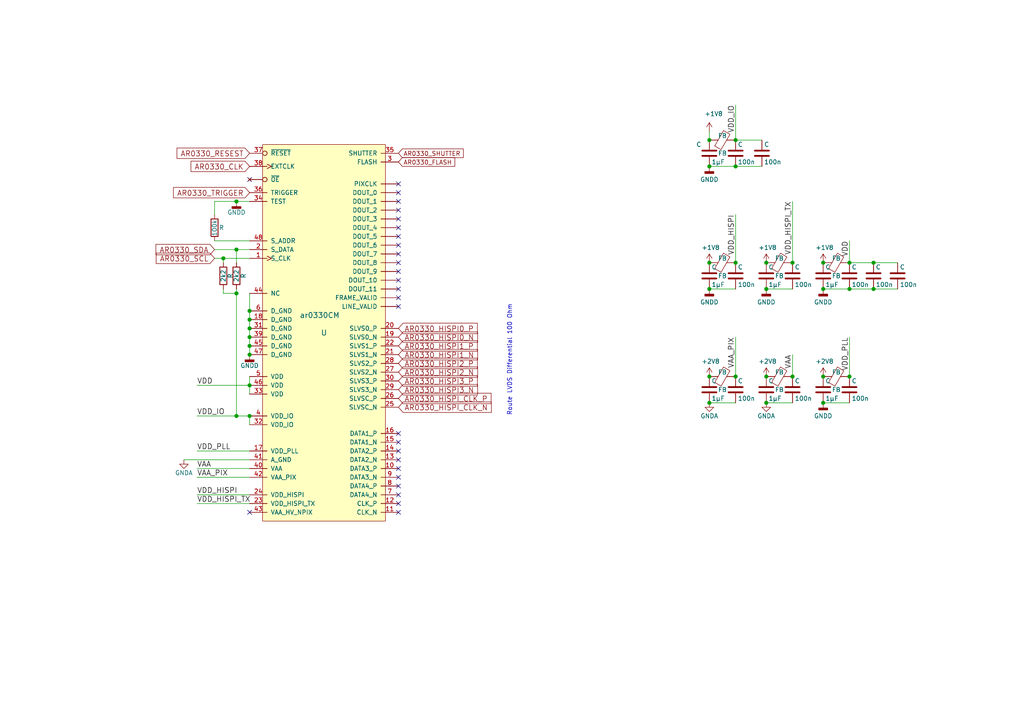
<source format=kicad_sch>
(kicad_sch (version 20201015) (generator eeschema)
  (paper "A4")
  (lib_symbols
    (symbol "Device:C" (pin_numbers hide) (pin_names (offset 0.254))
      (property "Reference" "C" (at 0.635 2.54 0))
      (property "Value" "C" (at 0.635 -2.54 0))
      (symbol "C_0_1"
        (polyline (pts (xy -2.032 -0.762) (xy 2.032 -0.762)) (stroke (width 0.508)))
        (polyline (pts (xy -2.032 0.762) (xy 2.032 0.762)) (stroke (width 0.508)))
      )
      (symbol "C_1_1"
        (pin passive line (at 0 3.81 270) (length 2.794) (name "~") (number "1"))
        (pin passive line (at 0 -3.81 90) (length 2.794) (name "~") (number "2"))
      )
    )
    (symbol "Device:FerriteBead" (pin_numbers hide) (pin_names (offset 0))
      (property "Reference" "FB" (at -3.81 0.635 90))
      (property "Value" "FerriteBead" (at 3.81 0 90))
      (symbol "FerriteBead_0_1"
        (polyline (pts (xy 0 -1.27) (xy 0 -1.2192)))
        (polyline (pts (xy 0 1.27) (xy 0 1.2954)))
        (polyline (pts (xy -2.7686 0.4064) (xy -1.7018 2.2606) (xy 2.7686 -0.3048) (xy 1.6764 -2.159) (xy -2.7686 0.4064)))
      )
      (symbol "FerriteBead_1_1"
        (pin passive line (at 0 3.81 270) (length 2.54) (name "~") (number "1"))
        (pin passive line (at 0 -3.81 90) (length 2.54) (name "~") (number "2"))
      )
    )
    (symbol "Device:R" (pin_numbers hide) (pin_names (offset 0))
      (property "Reference" "R" (at 2.032 0 90))
      (property "Value" "R" (at 0 0 90))
      (symbol "R_0_1"
        (rectangle (start -1.016 -2.54) (end 1.016 2.54) (stroke (width 0.254)))
      )
      (symbol "R_1_1"
        (pin passive line (at 0 3.81 270) (length 1.27) (name "~") (number "1"))
        (pin passive line (at 0 -3.81 90) (length 1.27) (name "~") (number "2"))
      )
    )
    (symbol "image_sensor:AR0330CM" (pin_names (offset 1.016))
      (property "Reference" "U" (at 0 0 0))
      (property "Value" "AR0330CM" (at 0 3.81 0))
      (symbol "AR0330CM_0_1"
        (rectangle (start -17.78 54.61) (end 17.78 -54.61) (fill (type background)))
      )
      (symbol "AR0330CM_1_1"
        (pin input clock (at -21.59 21.59 0) (length 5.08) (name "S_CLK") (number "1"))
        (pin bidirectional line (at -21.59 24.13 0) (length 5.08) (name "S_DATA") (number "2"))
        (pin output line (at 21.59 49.53 180) (length 5.08) (name "FLASH") (number "3"))
        (pin power_in line (at -21.59 -24.13 0) (length 5.08) (name "VDD_IO") (number "4"))
        (pin power_in line (at -21.59 -12.7 0) (length 5.08) (name "VDD") (number "5"))
        (pin power_in line (at -21.59 6.35 0) (length 5.08) (name "D_GND") (number "6"))
        (pin output line (at 21.59 -46.99 180) (length 5.08) (name "DATA4_N") (number "7"))
        (pin output line (at 21.59 -44.45 180) (length 5.08) (name "DATA4_P") (number "8"))
        (pin output line (at 21.59 -41.91 180) (length 5.08) (name "DATA3_N") (number "9"))
        (pin output line (at 21.59 40.64 180) (length 5.08) (name "DOUT_0") (number "~"))
        (pin output line (at 21.59 38.1 180) (length 5.08) (name "DOUT_1") (number "~"))
        (pin output line (at 21.59 15.24 180) (length 5.08) (name "DOUT_10") (number "~"))
        (pin output line (at 21.59 12.7 180) (length 5.08) (name "DOUT_11") (number "~"))
        (pin output line (at 21.59 35.56 180) (length 5.08) (name "DOUT_2") (number "~"))
        (pin output line (at 21.59 33.02 180) (length 5.08) (name "DOUT_3") (number "~"))
        (pin output line (at 21.59 30.48 180) (length 5.08) (name "DOUT_4") (number "~"))
        (pin output line (at 21.59 27.94 180) (length 5.08) (name "DOUT_5") (number "~"))
        (pin output line (at 21.59 25.4 180) (length 5.08) (name "DOUT_6") (number "~"))
        (pin output line (at 21.59 22.86 180) (length 5.08) (name "DOUT_7") (number "~"))
        (pin output line (at 21.59 20.32 180) (length 5.08) (name "DOUT_8") (number "~"))
        (pin output line (at 21.59 17.78 180) (length 5.08) (name "DOUT_9") (number "~"))
        (pin output line (at 21.59 10.16 180) (length 5.08) (name "FRAME_VALID") (number "~"))
        (pin output line (at 21.59 7.62 180) (length 5.08) (name "LINE_VALID") (number "~"))
        (pin output line (at 21.59 43.18 180) (length 5.08) (name "PIXCLK") (number "~"))
        (pin unconnected inverted (at -21.59 44.45 0) (length 5.08) (name "~OE") (number "~"))
        (pin output line (at 21.59 -39.37 180) (length 5.08) (name "DATA3_P") (number "10"))
        (pin output line (at 21.59 1.27 180) (length 5.08) (name "SLVS0_P") (number "20"))
        (pin output line (at 21.59 -13.97 180) (length 5.08) (name "SLVS3_P") (number "30"))
        (pin power_in line (at -21.59 -39.37 0) (length 5.08) (name "VAA") (number "40"))
        (pin output line (at 21.59 -52.07 180) (length 5.08) (name "CLK_N") (number "11"))
        (pin output line (at 21.59 -6.35 180) (length 5.08) (name "SLVS1_N") (number "21"))
        (pin power_in line (at -21.59 1.27 0) (length 5.08) (name "D_GND") (number "31"))
        (pin power_in line (at -21.59 -36.83 0) (length 5.08) (name "A_GND") (number "41"))
        (pin output line (at 21.59 -49.53 180) (length 5.08) (name "CLK_P") (number "12"))
        (pin output line (at 21.59 -3.81 180) (length 5.08) (name "SLVS1_P") (number "22"))
        (pin power_in line (at -21.59 -26.67 0) (length 5.08) (name "VDD_IO") (number "32"))
        (pin power_in line (at -21.59 -41.91 0) (length 5.08) (name "VAA_PIX") (number "42"))
        (pin output line (at 21.59 -36.83 180) (length 5.08) (name "DATA2_N") (number "13"))
        (pin power_in line (at -21.59 -49.53 0) (length 5.08) (name "VDD_HISPI_TX") (number "23"))
        (pin power_in line (at -21.59 -17.78 0) (length 5.08) (name "VDD") (number "33"))
        (pin power_in line (at -21.59 -52.07 0) (length 5.08) (name "VAA_HV_NPIX") (number "43"))
        (pin output line (at 21.59 -34.29 180) (length 5.08) (name "DATA2_P") (number "14"))
        (pin power_in line (at -21.59 -46.99 0) (length 5.08) (name "VDD_HISPI") (number "24"))
        (pin input line (at -21.59 38.1 0) (length 5.08) (name "TEST") (number "34"))
        (pin power_in line (at -21.59 11.43 0) (length 5.08) (name "NC") (number "44"))
        (pin output line (at 21.59 -31.75 180) (length 5.08) (name "DATA1_N") (number "15"))
        (pin output line (at 21.59 -21.59 180) (length 5.08) (name "SLVSC_N") (number "25"))
        (pin output line (at 21.59 52.07 180) (length 5.08) (name "SHUTTER") (number "35"))
        (pin power_in line (at -21.59 -3.81 0) (length 5.08) (name "D_GND") (number "45"))
        (pin output line (at 21.59 -29.21 180) (length 5.08) (name "DATA1_P") (number "16"))
        (pin output line (at 21.59 -19.05 180) (length 5.08) (name "SLVSC_P") (number "26"))
        (pin input line (at -21.59 40.64 0) (length 5.08) (name "TRIGGER") (number "36"))
        (pin power_in line (at -21.59 -15.24 0) (length 5.08) (name "VDD") (number "46"))
        (pin power_in line (at -21.59 -34.29 0) (length 5.08) (name "VDD_PLL") (number "17"))
        (pin output line (at 21.59 -11.43 180) (length 5.08) (name "SLVS2_N") (number "27"))
        (pin input inverted (at -21.59 52.07 0) (length 5.08) (name "~RESET") (number "37"))
        (pin power_in line (at -21.59 -6.35 0) (length 5.08) (name "D_GND") (number "47"))
        (pin power_in line (at -21.59 3.81 0) (length 5.08) (name "D_GND") (number "18"))
        (pin output line (at 21.59 -8.89 180) (length 5.08) (name "SLVS2_P") (number "28"))
        (pin input clock (at -21.59 48.26 0) (length 5.08) (name "EXTCLK") (number "38"))
        (pin input line (at -21.59 26.67 0) (length 5.08) (name "S_ADDR") (number "48"))
        (pin output line (at 21.59 -1.27 180) (length 5.08) (name "SLVS0_N") (number "19"))
        (pin output line (at 21.59 -16.51 180) (length 5.08) (name "SLVS3_N") (number "29"))
        (pin power_in line (at -21.59 -1.27 0) (length 5.08) (name "D_GND") (number "39"))
      )
    )
    (symbol "power:+1V8" (power) (pin_names (offset 0))
      (property "Value" "+1V8" (at 0 3.556 0))
      (symbol "+1V8_0_1"
        (polyline (pts (xy -0.762 1.27) (xy 0 2.54)))
        (polyline (pts (xy 0 0) (xy 0 2.54)))
        (polyline (pts (xy 0 2.54) (xy 0.762 1.27)))
      )
      (symbol "+1V8_1_1"
        (pin power_in line (at 0 0 90) (length 0) hide (name "+1V8") (number "1"))
      )
    )
    (symbol "power:+2V8" (power) (pin_names (offset 0))
      (property "Value" "+2V8" (at 0 3.556 0))
      (symbol "+2V8_0_1"
        (polyline (pts (xy -0.762 1.27) (xy 0 2.54)))
        (polyline (pts (xy 0 0) (xy 0 2.54)))
        (polyline (pts (xy 0 2.54) (xy 0.762 1.27)))
      )
      (symbol "+2V8_1_1"
        (pin power_in line (at 0 0 90) (length 0) hide (name "+2V8") (number "1"))
      )
    )
    (symbol "power:GNDA" (power) (pin_names (offset 0))
      (property "Value" "GNDA" (at 0 -3.81 0))
      (symbol "GNDA_0_1"
        (polyline (pts (xy 0 0) (xy 0 -1.27) (xy 1.27 -1.27) (xy 0 -2.54) (xy -1.27 -1.27) (xy 0 -1.27)))
      )
      (symbol "GNDA_1_1"
        (pin power_in line (at 0 0 270) (length 0) hide (name "GNDA") (number "1"))
      )
    )
    (symbol "power:GNDD" (power) (pin_names (offset 0))
      (property "Value" "GNDD" (at 0 -3.175 0))
      (symbol "GNDD_0_1"
        (rectangle (start -1.27 -1.524) (end 1.27 -2.032) (stroke (width 0.254)) (fill (type outline)))
        (polyline (pts (xy 0 0) (xy 0 -1.524)))
      )
      (symbol "GNDD_1_1"
        (pin power_in line (at 0 0 270) (length 0) hide (name "GNDD") (number "1"))
      )
    )
  )
  (junction (at 64.77 74.93) (diameter 1.016))
  (junction (at 68.58 58.42) (diameter 1.016))
  (junction (at 68.58 72.39) (diameter 1.016))
  (junction (at 68.58 85.09) (diameter 1.016))
  (junction (at 68.58 120.65) (diameter 1.016))
  (junction (at 72.39 90.17) (diameter 1.016))
  (junction (at 72.39 92.71) (diameter 1.016))
  (junction (at 72.39 95.25) (diameter 1.016))
  (junction (at 72.39 97.79) (diameter 1.016))
  (junction (at 72.39 100.33) (diameter 1.016))
  (junction (at 72.39 102.87) (diameter 1.016))
  (junction (at 72.39 111.76) (diameter 1.016))
  (junction (at 72.39 120.65) (diameter 1.016))
  (junction (at 205.74 40.64) (diameter 1.016))
  (junction (at 205.74 48.26) (diameter 1.016))
  (junction (at 205.74 76.2) (diameter 1.016))
  (junction (at 205.74 83.82) (diameter 1.016))
  (junction (at 205.74 109.22) (diameter 1.016))
  (junction (at 205.74 116.84) (diameter 1.016))
  (junction (at 213.36 40.64) (diameter 1.016))
  (junction (at 213.36 48.26) (diameter 1.016))
  (junction (at 213.36 76.2) (diameter 1.016))
  (junction (at 213.36 109.22) (diameter 1.016))
  (junction (at 222.25 76.2) (diameter 1.016))
  (junction (at 222.25 83.82) (diameter 1.016))
  (junction (at 222.25 109.22) (diameter 1.016))
  (junction (at 222.25 116.84) (diameter 1.016))
  (junction (at 229.87 76.2) (diameter 1.016))
  (junction (at 229.87 109.22) (diameter 1.016))
  (junction (at 238.76 76.2) (diameter 1.016))
  (junction (at 238.76 83.82) (diameter 1.016))
  (junction (at 238.76 109.22) (diameter 1.016))
  (junction (at 238.76 116.84) (diameter 1.016))
  (junction (at 246.38 76.2) (diameter 1.016))
  (junction (at 246.38 83.82) (diameter 1.016))
  (junction (at 246.38 109.22) (diameter 1.016))
  (junction (at 253.365 76.2) (diameter 1.016))
  (junction (at 253.365 83.82) (diameter 1.016))
  (no_connect (at 72.39 52.07))
  (no_connect (at 72.39 148.59))
  (no_connect (at 115.57 53.34))
  (no_connect (at 115.57 55.88))
  (no_connect (at 115.57 58.42))
  (no_connect (at 115.57 60.96))
  (no_connect (at 115.57 63.5))
  (no_connect (at 115.57 66.04))
  (no_connect (at 115.57 68.58))
  (no_connect (at 115.57 71.12))
  (no_connect (at 115.57 73.66))
  (no_connect (at 115.57 76.2))
  (no_connect (at 115.57 78.74))
  (no_connect (at 115.57 81.28))
  (no_connect (at 115.57 83.82))
  (no_connect (at 115.57 86.36))
  (no_connect (at 115.57 88.9))
  (no_connect (at 115.57 125.73))
  (no_connect (at 115.57 128.27))
  (no_connect (at 115.57 130.81))
  (no_connect (at 115.57 133.35))
  (no_connect (at 115.57 135.89))
  (no_connect (at 115.57 138.43))
  (no_connect (at 115.57 140.97))
  (no_connect (at 115.57 143.51))
  (no_connect (at 115.57 146.05))
  (no_connect (at 115.57 148.59))
  (wire (pts (xy 53.34 133.35) (xy 72.39 133.35)))
  (wire (pts (xy 57.15 111.76) (xy 72.39 111.76)))
  (wire (pts (xy 57.15 120.65) (xy 68.58 120.65)))
  (wire (pts (xy 57.15 130.81) (xy 72.39 130.81)))
  (wire (pts (xy 57.15 135.89) (xy 72.39 135.89)))
  (wire (pts (xy 57.15 138.43) (xy 72.39 138.43)))
  (wire (pts (xy 57.15 143.51) (xy 72.39 143.51)))
  (wire (pts (xy 57.15 146.05) (xy 72.39 146.05)))
  (wire (pts (xy 62.23 58.42) (xy 68.58 58.42)))
  (wire (pts (xy 62.23 62.23) (xy 62.23 58.42)))
  (wire (pts (xy 62.23 69.85) (xy 72.39 69.85)))
  (wire (pts (xy 62.23 72.39) (xy 68.58 72.39)))
  (wire (pts (xy 62.23 74.93) (xy 64.77 74.93)))
  (wire (pts (xy 64.77 74.93) (xy 72.39 74.93)))
  (wire (pts (xy 64.77 76.2) (xy 64.77 74.93)))
  (wire (pts (xy 64.77 83.82) (xy 64.77 85.09)))
  (wire (pts (xy 64.77 85.09) (xy 68.58 85.09)))
  (wire (pts (xy 68.58 58.42) (xy 72.39 58.42)))
  (wire (pts (xy 68.58 72.39) (xy 72.39 72.39)))
  (wire (pts (xy 68.58 76.2) (xy 68.58 72.39)))
  (wire (pts (xy 68.58 83.82) (xy 68.58 85.09)))
  (wire (pts (xy 68.58 85.09) (xy 68.58 120.65)))
  (wire (pts (xy 68.58 120.65) (xy 72.39 120.65)))
  (wire (pts (xy 72.39 85.09) (xy 72.39 90.17)))
  (wire (pts (xy 72.39 90.17) (xy 72.39 92.71)))
  (wire (pts (xy 72.39 92.71) (xy 72.39 95.25)))
  (wire (pts (xy 72.39 95.25) (xy 72.39 97.79)))
  (wire (pts (xy 72.39 97.79) (xy 72.39 100.33)))
  (wire (pts (xy 72.39 100.33) (xy 72.39 102.87)))
  (wire (pts (xy 72.39 109.22) (xy 72.39 111.76)))
  (wire (pts (xy 72.39 111.76) (xy 72.39 114.3)))
  (wire (pts (xy 72.39 120.65) (xy 72.39 123.19)))
  (wire (pts (xy 205.74 40.64) (xy 205.74 38.1)))
  (wire (pts (xy 205.74 48.26) (xy 213.36 48.26)))
  (wire (pts (xy 213.36 40.64) (xy 213.36 30.48)))
  (wire (pts (xy 213.36 40.64) (xy 213.36 41.275)))
  (wire (pts (xy 213.36 48.26) (xy 220.98 48.26)))
  (wire (pts (xy 213.36 62.23) (xy 213.36 76.2)))
  (wire (pts (xy 213.36 83.82) (xy 205.74 83.82)))
  (wire (pts (xy 213.36 97.79) (xy 213.36 109.22)))
  (wire (pts (xy 213.36 116.84) (xy 205.74 116.84)))
  (wire (pts (xy 220.98 40.64) (xy 213.36 40.64)))
  (wire (pts (xy 229.87 58.42) (xy 229.87 76.2)))
  (wire (pts (xy 229.87 83.82) (xy 222.25 83.82)))
  (wire (pts (xy 229.87 102.87) (xy 229.87 109.22)))
  (wire (pts (xy 229.87 116.84) (xy 222.25 116.84)))
  (wire (pts (xy 238.76 83.82) (xy 246.38 83.82)))
  (wire (pts (xy 246.38 76.2) (xy 246.38 69.85)))
  (wire (pts (xy 246.38 76.2) (xy 253.365 76.2)))
  (wire (pts (xy 246.38 83.82) (xy 253.365 83.82)))
  (wire (pts (xy 246.38 97.79) (xy 246.38 109.22)))
  (wire (pts (xy 246.38 116.84) (xy 238.76 116.84)))
  (wire (pts (xy 253.365 76.2) (xy 260.35 76.2)))
  (wire (pts (xy 253.365 83.82) (xy 260.35 83.82)))
  (text "Route LVDS Differential 100 Ohm" (at 148.59 120.65 90) (effects (font (size 1.27 1.27)) (justify left bottom)))
  (label "VDD" (at 57.15 111.76 0) (effects (font (size 1.524 1.524))))
  (label "VDD_IO" (at 57.15 120.65 0) (effects (font (size 1.524 1.524))))
  (label "VDD_PLL" (at 57.15 130.81 0) (effects (font (size 1.524 1.524))))
  (label "VAA" (at 57.15 135.89 0) (effects (font (size 1.524 1.524))))
  (label "VAA_PIX" (at 57.15 138.43 0) (effects (font (size 1.524 1.524))))
  (label "VDD_HISPI" (at 57.15 143.51 0) (effects (font (size 1.524 1.524))))
  (label "VDD_HISPI_TX" (at 57.15 146.05 0) (effects (font (size 1.524 1.524))))
  (label "VDD_IO" (at 213.36 30.48 270) (effects (font (size 1.524 1.524))))
  (label "VDD_HISPI" (at 213.36 62.23 270) (effects (font (size 1.524 1.524))))
  (label "VAA_PIX" (at 213.36 97.79 270) (effects (font (size 1.524 1.524))))
  (label "VDD_HISPI_TX" (at 229.87 58.42 270) (effects (font (size 1.524 1.524))))
  (label "VAA" (at 229.87 102.87 270) (effects (font (size 1.524 1.524))))
  (label "VDD" (at 246.38 69.85 270) (effects (font (size 1.524 1.524))))
  (label "VDD_PLL" (at 246.38 97.79 270) (effects (font (size 1.524 1.524))))
  (global_label "AR0330_SDA" (shape input) (at 62.23 72.39 180) (property "Intersheet References" "${INTERSHEET_REFS}" (effects hide)) (effects (font (size 1.524 1.524))))
  (global_label "AR0330_SCL" (shape input) (at 62.23 74.93 180) (property "Intersheet References" "${INTERSHEET_REFS}" (effects hide)) (effects (font (size 1.524 1.524))))
  (global_label "AR0330_RESEST" (shape input) (at 72.39 44.45 180) (property "Intersheet References" "${INTERSHEET_REFS}" (effects hide)) (effects (font (size 1.524 1.524))))
  (global_label "AR0330_CLK" (shape input) (at 72.39 48.26 180) (property "Intersheet References" "${INTERSHEET_REFS}" (effects hide)) (effects (font (size 1.524 1.524))))
  (global_label "AR0330_TRIGGER" (shape input) (at 72.39 55.88 180) (property "Intersheet References" "${INTERSHEET_REFS}" (effects hide)) (effects (font (size 1.524 1.524))))
  (global_label "AR0330_SHUTTER" (shape input) (at 115.57 44.45 0) (property "Intersheet References" "${INTERSHEET_REFS}" (effects hide)))
  (global_label "AR0330_FLASH" (shape input) (at 115.57 46.99 0) (property "Intersheet References" "${INTERSHEET_REFS}" (effects hide)))
  (global_label "AR0330_HISPI0_P" (shape input) (at 115.57 95.25 0) (property "Intersheet References" "${INTERSHEET_REFS}" (effects hide)) (effects (font (size 1.524 1.524))))
  (global_label "AR0330_HISPI0_N" (shape input) (at 115.57 97.79 0) (property "Intersheet References" "${INTERSHEET_REFS}" (effects hide)) (effects (font (size 1.524 1.524))))
  (global_label "AR0330_HISPI1_P" (shape input) (at 115.57 100.33 0) (property "Intersheet References" "${INTERSHEET_REFS}" (effects hide)) (effects (font (size 1.524 1.524))))
  (global_label "AR0330_HISPI1_N" (shape input) (at 115.57 102.87 0) (property "Intersheet References" "${INTERSHEET_REFS}" (effects hide)) (effects (font (size 1.524 1.524))))
  (global_label "AR0330_HISPI2_P" (shape input) (at 115.57 105.41 0) (property "Intersheet References" "${INTERSHEET_REFS}" (effects hide)) (effects (font (size 1.524 1.524))))
  (global_label "AR0330_HISPI2_N" (shape input) (at 115.57 107.95 0) (property "Intersheet References" "${INTERSHEET_REFS}" (effects hide)) (effects (font (size 1.524 1.524))))
  (global_label "AR0330_HISPI3_P" (shape input) (at 115.57 110.49 0) (property "Intersheet References" "${INTERSHEET_REFS}" (effects hide)) (effects (font (size 1.524 1.524))))
  (global_label "AR0330_HISPI3_N" (shape input) (at 115.57 113.03 0) (property "Intersheet References" "${INTERSHEET_REFS}" (effects hide)) (effects (font (size 1.524 1.524))))
  (global_label "AR0330_HISPI_CLK_P" (shape input) (at 115.57 115.57 0) (property "Intersheet References" "${INTERSHEET_REFS}" (effects hide)) (effects (font (size 1.524 1.524))))
  (global_label "AR0330_HISPI_CLK_N" (shape input) (at 115.57 118.11 0) (property "Intersheet References" "${INTERSHEET_REFS}" (effects hide)) (effects (font (size 1.524 1.524))))
  (symbol (lib_id "power:+1V8") (at 205.74 38.1 0) (unit 1)
    (property "Reference" "#PWR" (effects hide))
    (property "Value" "+1V8" (at 207.01 33.02 0))
  )
  (symbol (lib_id "power:+1V8") (at 205.74 76.2 0) (unit 1)
    (property "Reference" "#PWR" (effects hide))
    (property "Value" "+1V8" (at 206.121 71.8058 0))
  )
  (symbol (lib_id "power:+2V8") (at 205.74 109.22 0) (unit 1)
    (property "Reference" "#PWR" (effects hide))
    (property "Value" "+2V8" (at 206.121 104.8258 0))
  )
  (symbol (lib_id "power:+1V8") (at 222.25 76.2 0) (unit 1)
    (property "Reference" "#PWR" (effects hide))
    (property "Value" "+1V8" (at 222.631 71.8058 0))
  )
  (symbol (lib_id "power:+2V8") (at 222.25 109.22 0) (unit 1)
    (property "Reference" "#PWR" (effects hide))
    (property "Value" "+2V8" (at 222.631 104.8258 0))
  )
  (symbol (lib_id "power:+1V8") (at 238.76 76.2 0) (unit 1)
    (property "Reference" "#PWR" (effects hide))
    (property "Value" "+1V8" (at 239.141 71.8058 0))
  )
  (symbol (lib_id "power:+2V8") (at 238.76 109.22 0) (unit 1)
    (property "Reference" "#PWR" (effects hide))
    (property "Value" "+2V8" (at 239.141 104.8258 0))
  )
  (symbol (lib_id "power:GNDD") (at 68.58 58.42 0) (unit 1)
    (property "Reference" "#PWR" (effects hide))
    (property "Value" "GNDD" (at 68.58 61.595 0))
  )
  (symbol (lib_id "power:GNDD") (at 72.39 102.87 0) (unit 1)
    (property "Reference" "#PWR" (effects hide))
    (property "Value" "GNDD" (at 72.39 106.045 0))
  )
  (symbol (lib_id "power:GNDD") (at 205.74 48.26 0) (unit 1)
    (property "Reference" "#PWR" (effects hide))
    (property "Value" "GNDD" (at 205.74 52.07 0))
  )
  (symbol (lib_id "power:GNDD") (at 205.74 83.82 0) (unit 1)
    (property "Reference" "#PWR" (effects hide))
    (property "Value" "GNDD" (at 205.74 87.63 0))
  )
  (symbol (lib_id "power:GNDD") (at 222.25 83.82 0) (unit 1)
    (property "Reference" "#PWR" (effects hide))
    (property "Value" "GNDD" (at 222.25 87.63 0))
  )
  (symbol (lib_id "power:GNDD") (at 238.76 83.82 0) (unit 1)
    (property "Reference" "#PWR" (effects hide))
    (property "Value" "GNDD" (at 238.76 87.63 0))
  )
  (symbol (lib_id "power:GNDD") (at 238.76 116.84 0) (unit 1)
    (property "Reference" "#PWR" (effects hide))
    (property "Value" "GNDD" (at 238.76 120.65 0))
  )
  (symbol (lib_id "power:GNDA") (at 53.34 133.35 0) (unit 1)
    (property "Reference" "#PWR" (effects hide))
    (property "Value" "GNDA" (at 53.34 137.16 0))
  )
  (symbol (lib_id "power:GNDA") (at 205.74 116.84 0) (unit 1)
    (property "Reference" "#PWR" (effects hide))
    (property "Value" "GNDA" (at 205.74 120.65 0))
  )
  (symbol (lib_id "power:GNDA") (at 222.25 116.84 0) (unit 1)
    (property "Reference" "#PWR" (effects hide))
    (property "Value" "GNDA" (at 222.25 120.65 0))
  )
  (symbol (lib_id "Device:R") (at 62.23 66.04 0) (unit 1)
    (property "Reference" "R" (at 63.5 66.04 0) (effects (justify left)))
    (property "Value" "100k" (at 62.23 68.58 90) (effects (justify left)))
  )
  (symbol (lib_id "Device:R") (at 64.77 80.01 0) (unit 1)
    (property "Reference" "R" (at 66.802 80.01 90))
    (property "Value" "2k2" (at 64.77 80.01 90))
    (property "Footprint" "Resistors_SMD:R_0603_HandSoldering" (effects hide))
  )
  (symbol (lib_id "Device:R") (at 68.58 80.01 0) (unit 1)
    (property "Reference" "R" (at 70.612 80.01 90))
    (property "Value" "2k2" (at 68.58 80.01 90))
    (property "Footprint" "Resistors_SMD:R_0603_HandSoldering" (effects hide))
  )
  (symbol (lib_id "Device:C") (at 205.74 44.45 0) (unit 1)
    (property "Reference" "C" (at 201.93 41.91 0) (effects (justify left)))
    (property "Value" "1µF" (at 206.375 46.99 0) (effects (justify left)))
    (property "Footprint" "Capacitors_SMD:C_0402" (effects hide))
  )
  (symbol (lib_id "Device:C") (at 205.74 80.01 0) (unit 1)
    (property "Reference" "C" (at 206.375 77.47 0) (effects (justify left)))
    (property "Value" "1µF" (at 206.375 82.55 0) (effects (justify left)))
    (property "Footprint" "Capacitors_SMD:C_0402" (effects hide))
  )
  (symbol (lib_id "Device:C") (at 205.74 113.03 0) (unit 1)
    (property "Reference" "C" (at 206.375 110.49 0) (effects (justify left)))
    (property "Value" "1µF" (at 206.375 115.57 0) (effects (justify left)))
    (property "Footprint" "Capacitors_SMD:C_0402" (effects hide))
  )
  (symbol (lib_id "Device:C") (at 213.36 44.45 0) (unit 1)
    (property "Reference" "C" (at 213.995 41.91 0) (effects (justify left)))
    (property "Value" "100n" (at 213.995 46.99 0) (effects (justify left)))
    (property "Footprint" "Capacitors_SMD:C_0402" (effects hide))
  )
  (symbol (lib_id "Device:C") (at 213.36 80.01 0) (unit 1)
    (property "Reference" "C" (at 213.995 77.47 0) (effects (justify left)))
    (property "Value" "100n" (at 213.995 82.55 0) (effects (justify left)))
    (property "Footprint" "Capacitors_SMD:C_0402" (effects hide))
  )
  (symbol (lib_id "Device:C") (at 213.36 113.03 0) (unit 1)
    (property "Reference" "C" (at 213.995 110.49 0) (effects (justify left)))
    (property "Value" "100n" (at 213.995 115.57 0) (effects (justify left)))
    (property "Footprint" "Capacitors_SMD:C_0402" (effects hide))
  )
  (symbol (lib_id "Device:C") (at 220.98 44.45 0) (unit 1)
    (property "Reference" "C" (at 221.615 41.91 0) (effects (justify left)))
    (property "Value" "100n" (at 221.615 46.99 0) (effects (justify left)))
    (property "Footprint" "Capacitors_SMD:C_0402" (effects hide))
  )
  (symbol (lib_id "Device:C") (at 222.25 80.01 0) (unit 1)
    (property "Reference" "C" (at 222.885 77.47 0) (effects (justify left)))
    (property "Value" "1µF" (at 222.885 82.55 0) (effects (justify left)))
    (property "Footprint" "Capacitors_SMD:C_0402" (effects hide))
  )
  (symbol (lib_id "Device:C") (at 222.25 113.03 0) (unit 1)
    (property "Reference" "C" (at 222.885 110.49 0) (effects (justify left)))
    (property "Value" "1µF" (at 222.885 115.57 0) (effects (justify left)))
    (property "Footprint" "Capacitors_SMD:C_0402" (effects hide))
  )
  (symbol (lib_id "Device:C") (at 229.87 80.01 0) (unit 1)
    (property "Reference" "C" (at 230.505 77.47 0) (effects (justify left)))
    (property "Value" "100n" (at 230.505 82.55 0) (effects (justify left)))
    (property "Footprint" "Capacitors_SMD:C_0402" (effects hide))
  )
  (symbol (lib_id "Device:C") (at 229.87 113.03 0) (unit 1)
    (property "Reference" "C" (at 230.505 110.49 0) (effects (justify left)))
    (property "Value" "100n" (at 230.505 115.57 0) (effects (justify left)))
    (property "Footprint" "Capacitors_SMD:C_0402" (effects hide))
  )
  (symbol (lib_id "Device:C") (at 238.76 80.01 0) (unit 1)
    (property "Reference" "C" (at 239.395 77.47 0) (effects (justify left)))
    (property "Value" "1µF" (at 239.395 82.55 0) (effects (justify left)))
    (property "Footprint" "Capacitors_SMD:C_0402" (effects hide))
  )
  (symbol (lib_id "Device:C") (at 238.76 113.03 0) (unit 1)
    (property "Reference" "C" (at 239.395 110.49 0) (effects (justify left)))
    (property "Value" "1µF" (at 239.395 115.57 0) (effects (justify left)))
    (property "Footprint" "Capacitors_SMD:C_0402" (effects hide))
  )
  (symbol (lib_id "Device:C") (at 246.38 80.01 0) (unit 1)
    (property "Reference" "C" (at 247.015 77.47 0) (effects (justify left)))
    (property "Value" "100n" (at 247.015 82.55 0) (effects (justify left)))
    (property "Footprint" "Capacitors_SMD:C_0402" (effects hide))
  )
  (symbol (lib_id "Device:C") (at 246.38 113.03 0) (unit 1)
    (property "Reference" "C" (at 247.015 110.49 0) (effects (justify left)))
    (property "Value" "100n" (at 247.015 115.57 0) (effects (justify left)))
    (property "Footprint" "Capacitors_SMD:C_0402" (effects hide))
  )
  (symbol (lib_id "Device:C") (at 253.365 80.01 0) (unit 1)
    (property "Reference" "C" (at 254 77.47 0) (effects (justify left)))
    (property "Value" "100n" (at 254 82.55 0) (effects (justify left)))
    (property "Footprint" "Capacitors_SMD:C_0402" (effects hide))
  )
  (symbol (lib_id "Device:C") (at 260.35 80.01 0) (unit 1)
    (property "Reference" "C" (at 260.985 77.47 0) (effects (justify left)))
    (property "Value" "100n" (at 260.985 82.55 0) (effects (justify left)))
    (property "Footprint" "Capacitors_SMD:C_0402" (effects hide))
  )
  (symbol (lib_id "Device:FerriteBead") (at 209.55 40.64 90) (unit 1)
    (property "Reference" "FB" (at 209.55 44.45 90))
    (property "Value" "FB" (at 209.55 39.37 90))
    (property "Footprint" "parts:ferrite_bead_0402_handsoldering" (effects hide))
  )
  (symbol (lib_id "Device:FerriteBead") (at 209.55 76.2 90) (unit 1)
    (property "Reference" "FB" (at 209.55 80.01 90))
    (property "Value" "FB" (at 209.55 74.93 90))
    (property "Footprint" "parts:ferrite_bead_0402_handsoldering" (effects hide))
  )
  (symbol (lib_id "Device:FerriteBead") (at 209.55 109.22 90) (unit 1)
    (property "Reference" "FB" (at 209.55 113.03 90))
    (property "Value" "FB" (at 209.55 107.95 90))
    (property "Footprint" "parts:ferrite_bead_0402_handsoldering" (effects hide))
  )
  (symbol (lib_id "Device:FerriteBead") (at 226.06 76.2 90) (unit 1)
    (property "Reference" "FB" (at 226.06 80.01 90))
    (property "Value" "FB" (at 226.06 74.93 90))
    (property "Footprint" "parts:ferrite_bead_0402_handsoldering" (effects hide))
  )
  (symbol (lib_id "Device:FerriteBead") (at 226.06 109.22 90) (unit 1)
    (property "Reference" "FB" (at 226.06 113.03 90))
    (property "Value" "FB" (at 226.06 107.95 90))
    (property "Footprint" "parts:ferrite_bead_0402_handsoldering" (effects hide))
  )
  (symbol (lib_id "Device:FerriteBead") (at 242.57 76.2 90) (unit 1)
    (property "Reference" "FB" (at 242.57 80.01 90))
    (property "Value" "FB" (at 242.57 74.93 90))
    (property "Footprint" "parts:ferrite_bead_0402_handsoldering" (effects hide))
  )
  (symbol (lib_id "Device:FerriteBead") (at 242.57 109.22 90) (unit 1)
    (property "Reference" "FB" (at 242.57 113.03 90))
    (property "Value" "FB" (at 242.57 107.95 90))
    (property "Footprint" "parts:ferrite_bead_0402_handsoldering" (effects hide))
  )
  (symbol (lib_id "image_sensor:AR0330CM") (at 93.98 96.52 0) (unit 1)
    (property "Reference" "U" (at 93.98 96.52 0) (effects (font (size 1.524 1.524))))
    (property "Value" "ar0330CM" (at 92.71 91.44 0) (effects (font (size 1.524 1.524))))
    (property "Footprint" "parts:CLCC48_0.8mm" (effects hide))
  )
)
</source>
